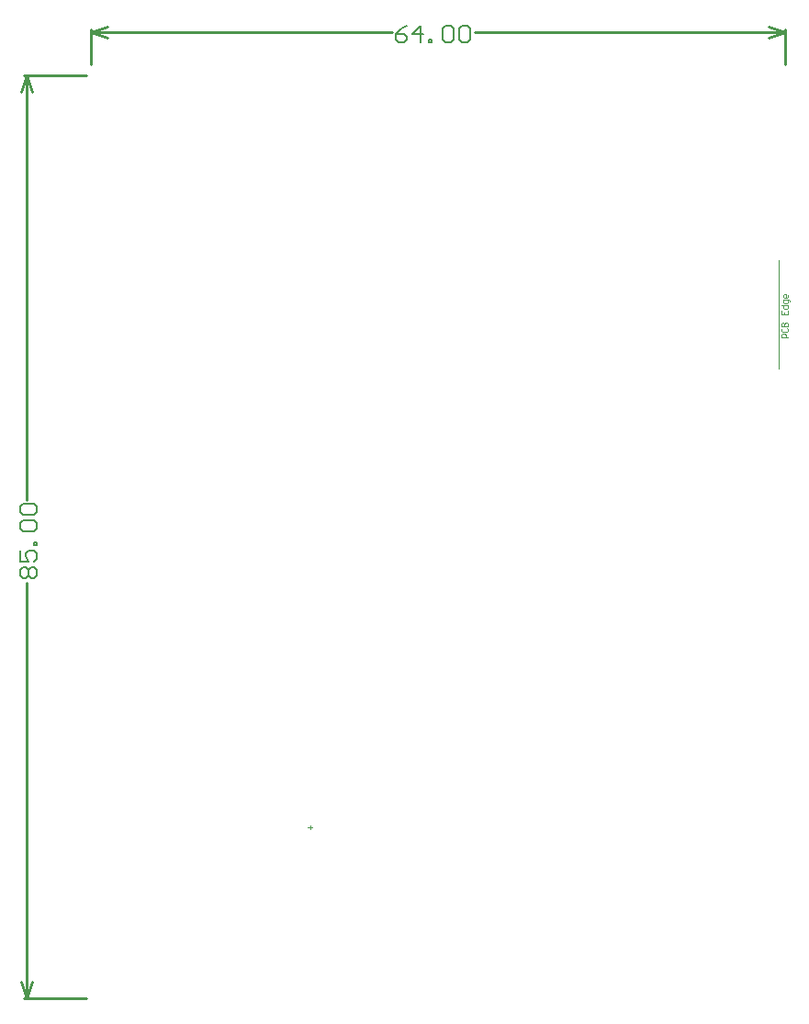
<source format=gm1>
G04*
G04 #@! TF.GenerationSoftware,Altium Limited,Altium Designer,23.11.1 (41)*
G04*
G04 Layer_Color=16711935*
%FSLAX25Y25*%
%MOIN*%
G70*
G04*
G04 #@! TF.SameCoordinates,5FF802D6-143A-4804-846E-93AAEE263E3C*
G04*
G04*
G04 #@! TF.FilePolarity,Positive*
G04*
G01*
G75*
%ADD14C,0.00394*%
%ADD15C,0.01000*%
%ADD20C,0.00600*%
D14*
X249709Y228378D02*
Y267748D01*
X79681Y61213D02*
Y62787D01*
X78894Y62000D02*
X80468D01*
X252937Y239598D02*
X250875D01*
Y240630D01*
X251218Y240973D01*
X251906D01*
X252250Y240630D01*
Y239598D01*
X251218Y243036D02*
X250875Y242692D01*
Y242004D01*
X251218Y241661D01*
X252593D01*
X252937Y242004D01*
Y242692D01*
X252593Y243036D01*
X250875Y243723D02*
X252937D01*
Y244754D01*
X252593Y245098D01*
X252250D01*
X251906Y244754D01*
Y243723D01*
Y244754D01*
X251562Y245098D01*
X251218D01*
X250875Y244754D01*
Y243723D01*
Y249223D02*
Y247848D01*
X252937D01*
Y249223D01*
X251906Y247848D02*
Y248535D01*
X250875Y251285D02*
X252937D01*
Y250254D01*
X252593Y249910D01*
X251906D01*
X251562Y250254D01*
Y251285D01*
X253624Y252660D02*
Y253004D01*
X253281Y253347D01*
X251562D01*
Y252316D01*
X251906Y251972D01*
X252593D01*
X252937Y252316D01*
Y253347D01*
Y255066D02*
Y254378D01*
X252593Y254035D01*
X251906D01*
X251562Y254378D01*
Y255066D01*
X251906Y255410D01*
X252250D01*
Y254035D01*
D15*
X-23228Y334646D02*
X-21228Y328646D01*
X-25228D02*
X-23228Y334646D01*
X-25228Y6000D02*
X-23228Y0D01*
X-21228Y6000D01*
X-23228Y180818D02*
Y334646D01*
Y0D02*
Y150627D01*
X-24228Y334646D02*
X-1500D01*
X-24228Y0D02*
X-1500D01*
X245969Y348394D02*
X251969Y350394D01*
X245969Y352394D02*
X251969Y350394D01*
X0D02*
X6000Y352394D01*
X0Y350394D02*
X6000Y348394D01*
X139480Y350394D02*
X251969D01*
X0D02*
X109289D01*
X251969Y338583D02*
Y351394D01*
X0Y338583D02*
Y351394D01*
D20*
X-24628Y152227D02*
X-25627Y153227D01*
Y155226D01*
X-24628Y156226D01*
X-23628D01*
X-22628Y155226D01*
X-21629Y156226D01*
X-20629D01*
X-19629Y155226D01*
Y153227D01*
X-20629Y152227D01*
X-21629D01*
X-22628Y153227D01*
X-23628Y152227D01*
X-24628D01*
X-22628Y153227D02*
Y155226D01*
X-25627Y162224D02*
Y158225D01*
X-22628D01*
X-23628Y160225D01*
Y161224D01*
X-22628Y162224D01*
X-20629D01*
X-19629Y161224D01*
Y159225D01*
X-20629Y158225D01*
X-19629Y164223D02*
X-20629D01*
Y165223D01*
X-19629D01*
Y164223D01*
X-24628Y169222D02*
X-25627Y170221D01*
Y172221D01*
X-24628Y173220D01*
X-20629D01*
X-19629Y172221D01*
Y170221D01*
X-20629Y169222D01*
X-24628D01*
Y175220D02*
X-25627Y176219D01*
Y178219D01*
X-24628Y179218D01*
X-20629D01*
X-19629Y178219D01*
Y176219D01*
X-20629Y175220D01*
X-24628D01*
X114887Y352793D02*
X112888Y351793D01*
X110889Y349794D01*
Y347794D01*
X111888Y346795D01*
X113888D01*
X114887Y347794D01*
Y348794D01*
X113888Y349794D01*
X110889D01*
X119886Y346795D02*
Y352793D01*
X116887Y349794D01*
X120885D01*
X122885Y346795D02*
Y347794D01*
X123884D01*
Y346795D01*
X122885D01*
X127883Y351793D02*
X128883Y352793D01*
X130882D01*
X131882Y351793D01*
Y347794D01*
X130882Y346795D01*
X128883D01*
X127883Y347794D01*
Y351793D01*
X133881D02*
X134881Y352793D01*
X136880D01*
X137880Y351793D01*
Y347794D01*
X136880Y346795D01*
X134881D01*
X133881Y347794D01*
Y351793D01*
M02*

</source>
